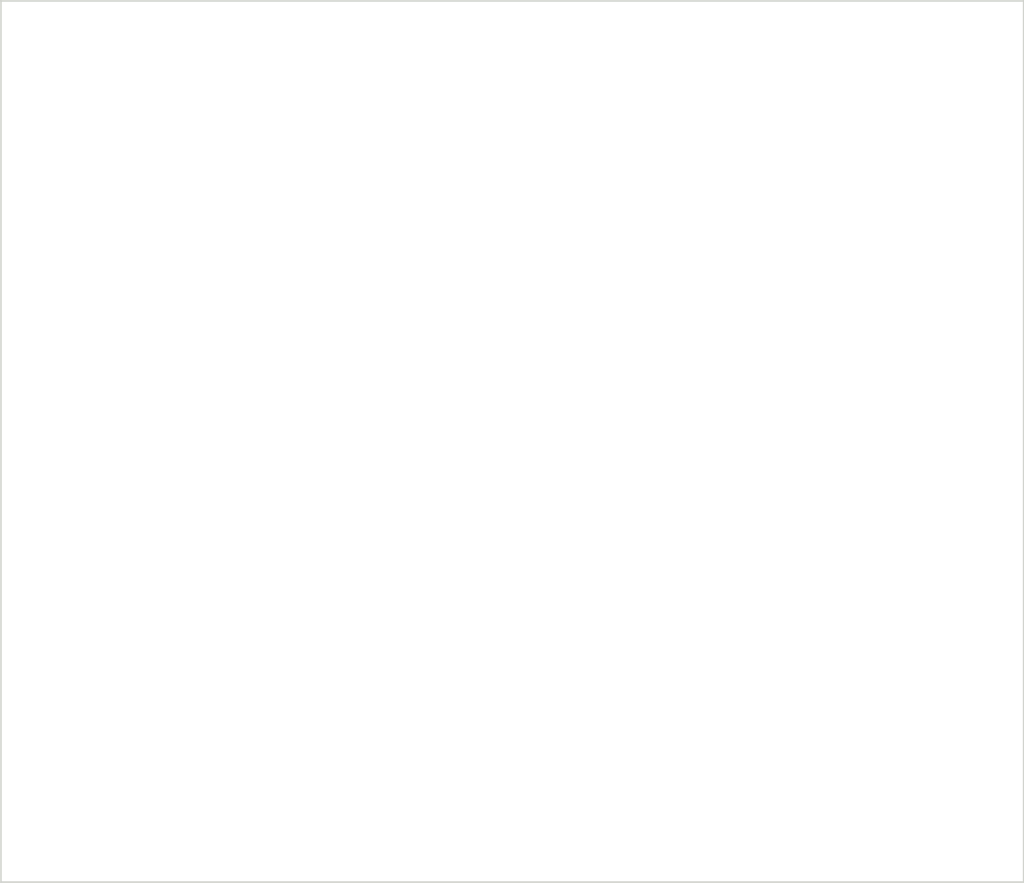
<source format=kicad_pcb>
(kicad_pcb (version 20171130) (host pcbnew "(5.1.12)-1")

  (general
    (thickness 1.6)
    (drawings 4)
    (tracks 0)
    (zones 0)
    (modules 1)
    (nets 1)
  )

  (page A4)
  (layers
    (0 F.Cu signal)
    (1 In1.Cu signal)
    (2 In2.Cu signal)
    (31 B.Cu signal)
    (32 B.Adhes user)
    (33 F.Adhes user)
    (34 B.Paste user)
    (35 F.Paste user)
    (36 B.SilkS user)
    (37 F.SilkS user)
    (38 B.Mask user)
    (39 F.Mask user)
    (40 Dwgs.User user)
    (41 Cmts.User user)
    (42 Eco1.User user)
    (43 Eco2.User user)
    (44 Edge.Cuts user)
    (45 Margin user)
    (46 B.CrtYd user)
    (47 F.CrtYd user)
    (48 B.Fab user)
    (49 F.Fab user)
  )

  (setup
    (last_trace_width 0.25)
    (trace_clearance 0.2)
    (zone_clearance 0.508)
    (zone_45_only no)
    (trace_min 0.2)
    (via_size 0.8)
    (via_drill 0.4)
    (via_min_size 0.4)
    (via_min_drill 0.3)
    (uvia_size 0.3)
    (uvia_drill 0.1)
    (uvias_allowed no)
    (uvia_min_size 0.2)
    (uvia_min_drill 0.1)
    (edge_width 0.05)
    (segment_width 0.2)
    (pcb_text_width 0.3)
    (pcb_text_size 1.5 1.5)
    (mod_edge_width 0.12)
    (mod_text_size 1 1)
    (mod_text_width 0.15)
    (pad_size 1.524 1.524)
    (pad_drill 0.762)
    (pad_to_mask_clearance 0)
    (aux_axis_origin 0 0)
    (visible_elements FFFFFF7F)
    (pcbplotparams
      (layerselection 0x010fc_ffffffff)
      (usegerberextensions false)
      (usegerberattributes true)
      (usegerberadvancedattributes true)
      (creategerberjobfile true)
      (excludeedgelayer true)
      (linewidth 0.100000)
      (plotframeref false)
      (viasonmask false)
      (mode 1)
      (useauxorigin false)
      (hpglpennumber 1)
      (hpglpenspeed 20)
      (hpglpendiameter 15.000000)
      (psnegative false)
      (psa4output false)
      (plotreference true)
      (plotvalue true)
      (plotinvisibletext false)
      (padsonsilk false)
      (subtractmaskfromsilk false)
      (outputformat 1)
      (mirror false)
      (drillshape 1)
      (scaleselection 1)
      (outputdirectory ""))
  )

  (net 0 "")

  (net_class Default "This is the default net class."
    (clearance 0.2)
    (trace_width 0.25)
    (via_dia 0.8)
    (via_drill 0.4)
    (uvia_dia 0.3)
    (uvia_drill 0.1)
  )

  (module Carrier_NetTie:Chassis-GND (layer F.Cu) (tedit 630CCB1F) (tstamp 632B8059)
    (at 156.21 78.613)
    (descr "Tie connecting chassis GND area to circuit GND area")
    (tags "net tie")
    (attr virtual)
    (fp_text reference "" (at 0 0) (layer F.SilkS)
      (effects (font (size 1.27 1.27) (thickness 0.15)))
    )
    (fp_text value Chassis-GND (at 0 0) (layer F.Fab)
      (effects (font (size 1 1) (thickness 0.15)))
    )
    (fp_poly (pts (xy 0.4 4.5) (xy -0.4 4.5) (xy -0.4 -4.5) (xy 0.4 -4.5)) (layer In1.Cu) (width 0))
    (fp_poly (pts (xy 0.4 4.5) (xy -0.4 4.5) (xy -0.4 -4.5) (xy 0.4 -4.5)) (layer In2.Cu) (width 0))
    (pad 2 smd rect (at 0.5 0) (size 0.4 9) (layers In1.Cu In2.Cu))
    (pad 1 smd rect (at -0.5 0) (size 0.4 9) (layers In1.Cu In2.Cu))
  )

  (gr_line (start 173 67) (end 144 67) (layer Edge.Cuts) (width 0.05) (tstamp 632B805A))
  (gr_line (start 173 92) (end 173 67) (layer Edge.Cuts) (width 0.05))
  (gr_line (start 144 92) (end 173 92) (layer Edge.Cuts) (width 0.05))
  (gr_line (start 144 67) (end 144 92) (layer Edge.Cuts) (width 0.05))

)

</source>
